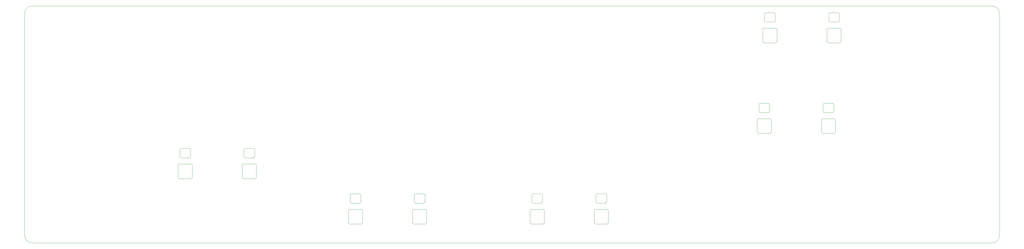
<source format=gbr>
%TF.GenerationSoftware,KiCad,Pcbnew,8.0.1*%
%TF.CreationDate,2024-07-20T19:57:27+09:00*%
%TF.ProjectId,lowd75,6c6f7764-3735-42e6-9b69-6361645f7063,rev?*%
%TF.SameCoordinates,Original*%
%TF.FileFunction,Profile,NP*%
%FSLAX46Y46*%
G04 Gerber Fmt 4.6, Leading zero omitted, Abs format (unit mm)*
G04 Created by KiCad (PCBNEW 8.0.1) date 2024-07-20 19:57:27*
%MOMM*%
%LPD*%
G01*
G04 APERTURE LIST*
%TA.AperFunction,Profile*%
%ADD10C,0.050000*%
%TD*%
%TA.AperFunction,Profile*%
%ADD11C,0.120000*%
%TD*%
G04 APERTURE END LIST*
D10*
X461000000Y-217000000D02*
X820000000Y-217000000D01*
X458000000Y-131000000D02*
X458000000Y-214000000D01*
X458000000Y-131000000D02*
G75*
G02*
X461000000Y-128000000I3000000J0D01*
G01*
X820000000Y-128000000D02*
X461000000Y-128000000D01*
X823000000Y-214000000D02*
X823000000Y-131000000D01*
X823000000Y-214000000D02*
G75*
G02*
X820000000Y-217000000I-3000000J0D01*
G01*
X461000000Y-217000000D02*
G75*
G02*
X458000000Y-214000000I0J3000000D01*
G01*
X820000000Y-128000000D02*
G75*
G02*
X823000000Y-131000000I0J-3000000D01*
G01*
D11*
%TO.C,REF\u002A\u002A*%
X734375000Y-141325000D02*
X734375000Y-136825000D01*
X734875000Y-136325000D02*
X739175000Y-136325000D01*
X734875000Y-141825000D02*
X739175000Y-141825000D01*
X735025000Y-133525000D02*
X735025000Y-131025000D01*
X735525000Y-130525000D02*
X738525000Y-130525000D01*
X735525000Y-134025000D02*
X738525000Y-134025000D01*
X739025000Y-133525000D02*
X739025000Y-131025000D01*
X739675000Y-141325000D02*
X739675000Y-136825000D01*
X758375000Y-141325000D02*
X758375000Y-136825000D01*
X759025000Y-133525000D02*
X759025000Y-131025000D01*
X762525000Y-130525000D02*
X759525000Y-130525000D01*
X762525000Y-134025000D02*
X759525000Y-134025000D01*
X763025000Y-133525000D02*
X763025000Y-131025000D01*
X763175000Y-136325000D02*
X758875000Y-136325000D01*
X763175000Y-141825000D02*
X758875000Y-141825000D01*
X763675000Y-141325000D02*
X763675000Y-136825000D01*
X734375000Y-136825000D02*
G75*
G02*
X734875000Y-136325000I500001J-1D01*
G01*
X734875000Y-141825000D02*
G75*
G02*
X734375000Y-141325000I1J500001D01*
G01*
X735025000Y-131025000D02*
G75*
G02*
X735525000Y-130525000I500001J-1D01*
G01*
X735525000Y-134025000D02*
G75*
G02*
X735025000Y-133525000I1J500001D01*
G01*
X738525000Y-130525000D02*
G75*
G02*
X739025000Y-131025000I-1J-500001D01*
G01*
X739025000Y-133525000D02*
G75*
G02*
X738525000Y-134025000I-500001J1D01*
G01*
X739175000Y-136325000D02*
G75*
G02*
X739675000Y-136825000I-1J-500001D01*
G01*
X739675000Y-141325000D02*
G75*
G02*
X739175000Y-141825000I-500001J1D01*
G01*
X758375000Y-136825000D02*
G75*
G02*
X758875000Y-136325000I500000J0D01*
G01*
X758875000Y-141825000D02*
G75*
G02*
X758375000Y-141325000I0J500000D01*
G01*
X759025000Y-131025000D02*
G75*
G02*
X759525000Y-130525000I500000J0D01*
G01*
X759525000Y-134025000D02*
G75*
G02*
X759025000Y-133525000I0J500000D01*
G01*
X762525000Y-130525000D02*
G75*
G02*
X763025000Y-131025000I0J-500000D01*
G01*
X763025000Y-133525000D02*
G75*
G02*
X762525000Y-134025000I-500000J0D01*
G01*
X763175000Y-136325000D02*
G75*
G02*
X763675000Y-136825000I0J-500000D01*
G01*
X763675000Y-141325000D02*
G75*
G02*
X763175000Y-141825000I-500000J0D01*
G01*
X579250000Y-209325000D02*
X579250000Y-204825000D01*
X579750000Y-204325000D02*
X584050000Y-204325000D01*
X579750000Y-209825000D02*
X584050000Y-209825000D01*
X579900000Y-201525000D02*
X579900000Y-199025000D01*
X580400000Y-198525000D02*
X583400000Y-198525000D01*
X580400000Y-202025000D02*
X583400000Y-202025000D01*
X583900000Y-201525000D02*
X583900000Y-199025000D01*
X584550000Y-209325000D02*
X584550000Y-204825000D01*
X603250000Y-209325000D02*
X603250000Y-204825000D01*
X603900000Y-201525000D02*
X603900000Y-199025000D01*
X607400000Y-198525000D02*
X604400000Y-198525000D01*
X607400000Y-202025000D02*
X604400000Y-202025000D01*
X607900000Y-201525000D02*
X607900000Y-199025000D01*
X608050000Y-204325000D02*
X603750000Y-204325000D01*
X608050000Y-209825000D02*
X603750000Y-209825000D01*
X608550000Y-209325000D02*
X608550000Y-204825000D01*
X579250000Y-204825000D02*
G75*
G02*
X579750000Y-204325000I500001J-1D01*
G01*
X579750000Y-209825000D02*
G75*
G02*
X579250000Y-209325000I1J500001D01*
G01*
X579900000Y-199025000D02*
G75*
G02*
X580400000Y-198525000I500001J-1D01*
G01*
X580400000Y-202025000D02*
G75*
G02*
X579900000Y-201525000I1J500001D01*
G01*
X583400000Y-198525000D02*
G75*
G02*
X583900000Y-199025000I-1J-500001D01*
G01*
X583900000Y-201525000D02*
G75*
G02*
X583400000Y-202025000I-500001J1D01*
G01*
X584050000Y-204325000D02*
G75*
G02*
X584550000Y-204825000I-1J-500001D01*
G01*
X584550000Y-209325000D02*
G75*
G02*
X584050000Y-209825000I-500001J1D01*
G01*
X603250000Y-204825000D02*
G75*
G02*
X603750000Y-204325000I500000J0D01*
G01*
X603750000Y-209825000D02*
G75*
G02*
X603250000Y-209325000I0J500000D01*
G01*
X603900000Y-199025000D02*
G75*
G02*
X604400000Y-198525000I500000J0D01*
G01*
X604400000Y-202025000D02*
G75*
G02*
X603900000Y-201525000I0J500000D01*
G01*
X607400000Y-198525000D02*
G75*
G02*
X607900000Y-199025000I0J-500000D01*
G01*
X607900000Y-201525000D02*
G75*
G02*
X607400000Y-202025000I-500000J0D01*
G01*
X608050000Y-204325000D02*
G75*
G02*
X608550000Y-204825000I0J-500000D01*
G01*
X608550000Y-209325000D02*
G75*
G02*
X608050000Y-209825000I-500000J0D01*
G01*
X515500000Y-192325000D02*
X515500000Y-187825000D01*
X516000000Y-187325000D02*
X520300000Y-187325000D01*
X516000000Y-192825000D02*
X520300000Y-192825000D01*
X516150000Y-184525000D02*
X516150000Y-182025000D01*
X516650000Y-181525000D02*
X519650000Y-181525000D01*
X516650000Y-185025000D02*
X519650000Y-185025000D01*
X520150000Y-184525000D02*
X520150000Y-182025000D01*
X520800000Y-192325000D02*
X520800000Y-187825000D01*
X539500000Y-192325000D02*
X539500000Y-187825000D01*
X540150000Y-184525000D02*
X540150000Y-182025000D01*
X543650000Y-181525000D02*
X540650000Y-181525000D01*
X543650000Y-185025000D02*
X540650000Y-185025000D01*
X544150000Y-184525000D02*
X544150000Y-182025000D01*
X544300000Y-187325000D02*
X540000000Y-187325000D01*
X544300000Y-192825000D02*
X540000000Y-192825000D01*
X544800000Y-192325000D02*
X544800000Y-187825000D01*
X515500000Y-187825000D02*
G75*
G02*
X516000000Y-187325000I500001J-1D01*
G01*
X516000000Y-192825000D02*
G75*
G02*
X515500000Y-192325000I1J500001D01*
G01*
X516150000Y-182025000D02*
G75*
G02*
X516650000Y-181525000I500001J-1D01*
G01*
X516650000Y-185025000D02*
G75*
G02*
X516150000Y-184525000I1J500001D01*
G01*
X519650000Y-181525000D02*
G75*
G02*
X520150000Y-182025000I-1J-500001D01*
G01*
X520150000Y-184525000D02*
G75*
G02*
X519650000Y-185025000I-500001J1D01*
G01*
X520300000Y-187325000D02*
G75*
G02*
X520800000Y-187825000I-1J-500001D01*
G01*
X520800000Y-192325000D02*
G75*
G02*
X520300000Y-192825000I-500001J1D01*
G01*
X539500000Y-187825000D02*
G75*
G02*
X540000000Y-187325000I500000J0D01*
G01*
X540000000Y-192825000D02*
G75*
G02*
X539500000Y-192325000I0J500000D01*
G01*
X540150000Y-182025000D02*
G75*
G02*
X540650000Y-181525000I500000J0D01*
G01*
X540650000Y-185025000D02*
G75*
G02*
X540150000Y-184525000I0J500000D01*
G01*
X543650000Y-181525000D02*
G75*
G02*
X544150000Y-182025000I0J-500000D01*
G01*
X544150000Y-184525000D02*
G75*
G02*
X543650000Y-185025000I-500000J0D01*
G01*
X544300000Y-187325000D02*
G75*
G02*
X544800000Y-187825000I0J-500000D01*
G01*
X544800000Y-192325000D02*
G75*
G02*
X544300000Y-192825000I-500000J0D01*
G01*
X647250000Y-209325000D02*
X647250000Y-204825000D01*
X647750000Y-204325000D02*
X652050000Y-204325000D01*
X647750000Y-209825000D02*
X652050000Y-209825000D01*
X647900000Y-201525000D02*
X647900000Y-199025000D01*
X648400000Y-198525000D02*
X651400000Y-198525000D01*
X648400000Y-202025000D02*
X651400000Y-202025000D01*
X651900000Y-201525000D02*
X651900000Y-199025000D01*
X652550000Y-209325000D02*
X652550000Y-204825000D01*
X671250000Y-209325000D02*
X671250000Y-204825000D01*
X671900000Y-201525000D02*
X671900000Y-199025000D01*
X675400000Y-198525000D02*
X672400000Y-198525000D01*
X675400000Y-202025000D02*
X672400000Y-202025000D01*
X675900000Y-201525000D02*
X675900000Y-199025000D01*
X676050000Y-204325000D02*
X671750000Y-204325000D01*
X676050000Y-209825000D02*
X671750000Y-209825000D01*
X676550000Y-209325000D02*
X676550000Y-204825000D01*
X647250000Y-204825000D02*
G75*
G02*
X647750000Y-204325000I500001J-1D01*
G01*
X647750000Y-209825000D02*
G75*
G02*
X647250000Y-209325000I1J500001D01*
G01*
X647900000Y-199025000D02*
G75*
G02*
X648400000Y-198525000I500001J-1D01*
G01*
X648400000Y-202025000D02*
G75*
G02*
X647900000Y-201525000I1J500001D01*
G01*
X651400000Y-198525000D02*
G75*
G02*
X651900000Y-199025000I-1J-500001D01*
G01*
X651900000Y-201525000D02*
G75*
G02*
X651400000Y-202025000I-500001J1D01*
G01*
X652050000Y-204325000D02*
G75*
G02*
X652550000Y-204825000I-1J-500001D01*
G01*
X652550000Y-209325000D02*
G75*
G02*
X652050000Y-209825000I-500001J1D01*
G01*
X671250000Y-204825000D02*
G75*
G02*
X671750000Y-204325000I500000J0D01*
G01*
X671750000Y-209825000D02*
G75*
G02*
X671250000Y-209325000I0J500000D01*
G01*
X671900000Y-199025000D02*
G75*
G02*
X672400000Y-198525000I500000J0D01*
G01*
X672400000Y-202025000D02*
G75*
G02*
X671900000Y-201525000I0J500000D01*
G01*
X675400000Y-198525000D02*
G75*
G02*
X675900000Y-199025000I0J-500000D01*
G01*
X675900000Y-201525000D02*
G75*
G02*
X675400000Y-202025000I-500000J0D01*
G01*
X676050000Y-204325000D02*
G75*
G02*
X676550000Y-204825000I0J-500000D01*
G01*
X676550000Y-209325000D02*
G75*
G02*
X676050000Y-209825000I-500000J0D01*
G01*
X732250000Y-175325000D02*
X732250000Y-170825000D01*
X732750000Y-170325000D02*
X737050000Y-170325000D01*
X732750000Y-175825000D02*
X737050000Y-175825000D01*
X732900000Y-167525000D02*
X732900000Y-165025000D01*
X733400000Y-164525000D02*
X736400000Y-164525000D01*
X733400000Y-168025000D02*
X736400000Y-168025000D01*
X736900000Y-167525000D02*
X736900000Y-165025000D01*
X737550000Y-175325000D02*
X737550000Y-170825000D01*
X756250000Y-175325000D02*
X756250000Y-170825000D01*
X756900000Y-167525000D02*
X756900000Y-165025000D01*
X760400000Y-164525000D02*
X757400000Y-164525000D01*
X760400000Y-168025000D02*
X757400000Y-168025000D01*
X760900000Y-167525000D02*
X760900000Y-165025000D01*
X761050000Y-170325000D02*
X756750000Y-170325000D01*
X761050000Y-175825000D02*
X756750000Y-175825000D01*
X761550000Y-175325000D02*
X761550000Y-170825000D01*
X732250000Y-170825000D02*
G75*
G02*
X732750000Y-170325000I500001J-1D01*
G01*
X732750000Y-175825000D02*
G75*
G02*
X732250000Y-175325000I1J500001D01*
G01*
X732900000Y-165025000D02*
G75*
G02*
X733400000Y-164525000I500001J-1D01*
G01*
X733400000Y-168025000D02*
G75*
G02*
X732900000Y-167525000I1J500001D01*
G01*
X736400000Y-164525000D02*
G75*
G02*
X736900000Y-165025000I-1J-500001D01*
G01*
X736900000Y-167525000D02*
G75*
G02*
X736400000Y-168025000I-500001J1D01*
G01*
X737050000Y-170325000D02*
G75*
G02*
X737550000Y-170825000I-1J-500001D01*
G01*
X737550000Y-175325000D02*
G75*
G02*
X737050000Y-175825000I-500001J1D01*
G01*
X756250000Y-170825000D02*
G75*
G02*
X756750000Y-170325000I500000J0D01*
G01*
X756750000Y-175825000D02*
G75*
G02*
X756250000Y-175325000I0J500000D01*
G01*
X756900000Y-165025000D02*
G75*
G02*
X757400000Y-164525000I500000J0D01*
G01*
X757400000Y-168025000D02*
G75*
G02*
X756900000Y-167525000I0J500000D01*
G01*
X760400000Y-164525000D02*
G75*
G02*
X760900000Y-165025000I0J-500000D01*
G01*
X760900000Y-167525000D02*
G75*
G02*
X760400000Y-168025000I-500000J0D01*
G01*
X761050000Y-170325000D02*
G75*
G02*
X761550000Y-170825000I0J-500000D01*
G01*
X761550000Y-175325000D02*
G75*
G02*
X761050000Y-175825000I-500000J0D01*
G01*
%TD*%
M02*

</source>
